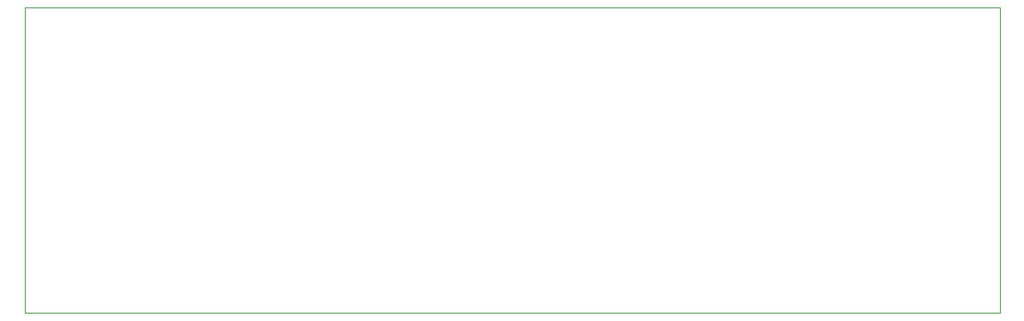
<source format=gbr>
G04 #@! TF.GenerationSoftware,KiCad,Pcbnew,5.1.6*
G04 #@! TF.CreationDate,2020-10-02T22:43:04+02:00*
G04 #@! TF.ProjectId,epaper-breakout,65706170-6572-42d6-9272-65616b6f7574,rev?*
G04 #@! TF.SameCoordinates,Original*
G04 #@! TF.FileFunction,Profile,NP*
%FSLAX46Y46*%
G04 Gerber Fmt 4.6, Leading zero omitted, Abs format (unit mm)*
G04 Created by KiCad (PCBNEW 5.1.6) date 2020-10-02 22:43:04*
%MOMM*%
%LPD*%
G01*
G04 APERTURE LIST*
G04 #@! TA.AperFunction,Profile*
%ADD10C,0.050000*%
G04 #@! TD*
G04 APERTURE END LIST*
D10*
X25002000Y-50783000D02*
X25002000Y-19541000D01*
X124570000Y-50783000D02*
X25002000Y-50783000D01*
X124570000Y-19541000D02*
X124570000Y-50783000D01*
X25002000Y-19541000D02*
X124570000Y-19541000D01*
M02*

</source>
